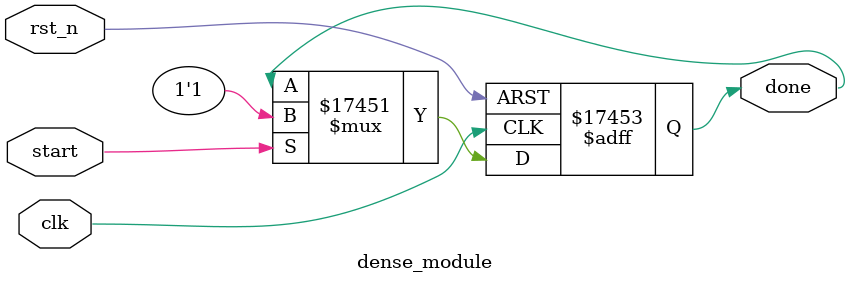
<source format=v>


`timescale 1ns/1ps
// dense_module.v
// Parametrized dense (fully connected) layer - PURE VERILOG
// Performs: output[j] = sum_i(kernel[i][j] * input[i]) + bias[j]

module dense_module #(
  parameter integer IN_FEATURES = 56,
  parameter integer OUT_FEATURES = 10,
  parameter integer SCALE = 128,
  parameter integer K_SIZE = 560  // IN_FEATURES * OUT_FEATURES
) (
  input wire clk,
  input wire rst_n,
  input wire start,
  output reg done
);

// Internal memories
reg signed [31:0] input_vec [0:IN_FEATURES-1];
reg signed [31:0] kernel [0:K_SIZE-1];
reg signed [31:0] bias [0:OUT_FEATURES-1];
reg signed [31:0] output_vec [0:OUT_FEATURES-1];

// Helper function for kernel indexing: kernel[i][j]
function integer idx_k;
  input integer i, j;
  begin
    idx_k = i * OUT_FEATURES + j;
  end
endfunction

// Sign extend helper
function signed [63:0] sx64;
  input signed [31:0] v;
  begin
    sx64 = {{32{v[31]}}, v};
  end
endfunction

integer i, j, tmp_int;
reg signed [63:0] sum, prod;

always @(posedge clk or negedge rst_n) begin
  if (!rst_n) begin
    done <= 1'b0;
  end else begin
    done <= done;
    
    if (start) begin
      done <= 1'b0;
      
      // Dense layer computation
      for (j = 0; j < OUT_FEATURES; j = j + 1) begin
        sum = 64'sd0;
        
        for (i = 0; i < IN_FEATURES; i = i + 1) begin
          prod = sx64(kernel[idx_k(i, j)]) * sx64(input_vec[i]);
          sum = sum + prod;
        end
        
        // Scale and add bias
        tmp_int = $signed((sum + (SCALE/2)) / SCALE);
        output_vec[j] = $signed(tmp_int) + bias[j];
      end
      
      done <= 1'b1;
    end
  end
end

endmodule
</source>
